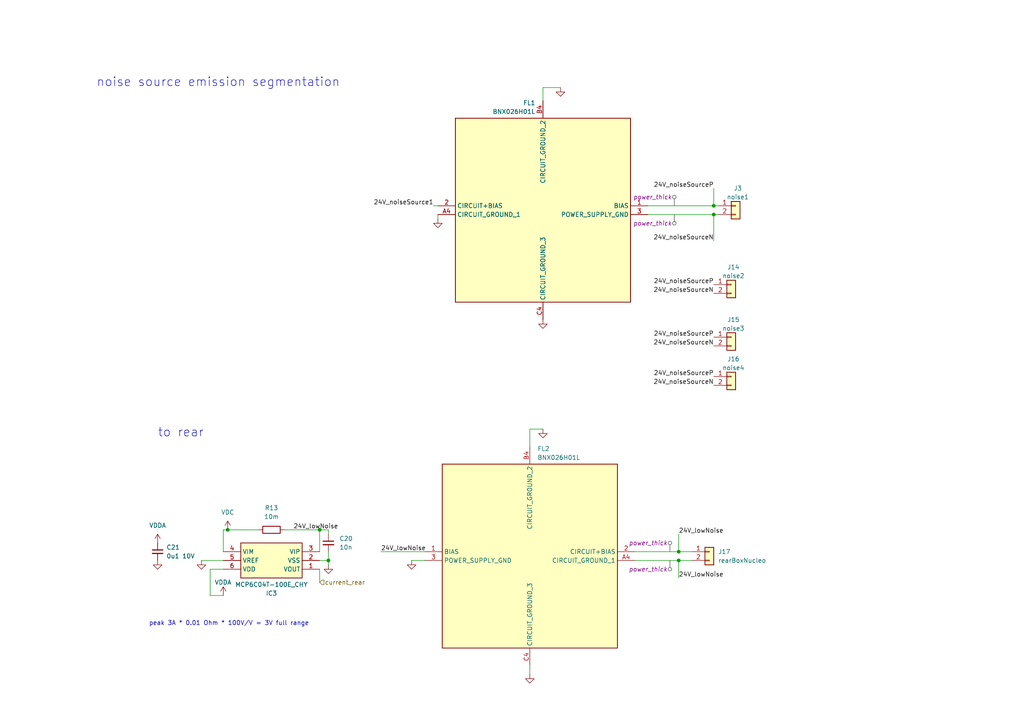
<source format=kicad_sch>
(kicad_sch (version 20231120) (generator "eeschema") (generator_version "8.0")
  (paper "A4")
  (title_block (title "EP5 rearbox powerboard") (date "2024-06-27") (rev "2.0") (company "NTURacing") (comment 1 "郭哲明") (comment 2 "Electrical group"))
  (lib_symbols
    (symbol "Connector_Generic:Conn_01x02" (pin_names (offset 1.016) hide)
      (property "Reference" "J" (at 0 2.54 0))
      (property "Value" "Conn_01x02" (at 0 -5.08 0))
      (symbol "Conn_01x02_1_1"
        (rectangle (start -1.27 -2.413) (end 0 -2.667) (stroke (width 0.1524)))
        (rectangle (start -1.27 0.127) (end 0 -0.127) (stroke (width 0.1524)))
        (rectangle (start -1.27 1.27) (end 1.27 -3.81) (stroke (width 0.254)) (fill (type background)))
        (pin passive line (at -5.08 0 0) (length 3.81) (name "Pin_1") (number "1"))
        (pin passive line (at -5.08 -2.54 0) (length 3.81) (name "Pin_2") (number "2"))
      )
    )
    (symbol "Device:C_Small" (pin_numbers hide) (pin_names (offset 0.254) hide)
      (property "Reference" "C" (at 0.254 1.778 0))
      (property "Value" "C_Small" (at 0.254 -2.032 0))
      (symbol "C_Small_0_1"
        (polyline (pts (xy -1.524 -0.508) (xy 1.524 -0.508)) (stroke (width 0.3302)))
        (polyline (pts (xy -1.524 0.508) (xy 1.524 0.508)) (stroke (width 0.3048)))
      )
      (symbol "C_Small_1_1"
        (pin passive line (at 0 2.54 270) (length 2.032) (name "~") (number "1"))
        (pin passive line (at 0 -2.54 90) (length 2.032) (name "~") (number "2"))
      )
    )
    (symbol "Device:R" (pin_numbers hide) (pin_names (offset 0))
      (property "Reference" "R" (at 2.032 0 90))
      (property "Value" "R" (at 0 0 90))
      (symbol "R_0_1"
        (rectangle (start -1.016 -2.54) (end 1.016 2.54) (stroke (width 0.254)))
      )
      (symbol "R_1_1"
        (pin passive line (at 0 3.81 270) (length 1.27) (name "~") (number "1"))
        (pin passive line (at 0 -3.81 90) (length 1.27) (name "~") (number "2"))
      )
    )
    (symbol "SamacSys_Parts:BNX026H01L"
      (property "Reference" "FL" (at 57.15 30.48 0))
      (property "Value" "BNX026H01L" (at 57.15 27.94 0))
      (symbol "BNX026H01L_1_1"
        (rectangle (start 5.08 25.4) (end 55.88 -27.94) (stroke (width 0.254)) (fill (type background)))
        (pin passive line (at 0 0 0) (length 5.08) (name "BIAS") (number "1"))
        (pin passive line (at 60.96 0 180) (length 5.08) (name "CIRCUIT+BIAS") (number "2"))
        (pin passive line (at 0 -2.54 0) (length 5.08) (name "POWER_SUPPLY_GND") (number "3"))
        (pin passive line (at 60.96 -2.54 180) (length 5.08) (name "CIRCUIT_GROUND_1") (number "A4"))
        (pin passive line (at 30.48 30.48 270) (length 5.08) (name "CIRCUIT_GROUND_2") (number "B4"))
        (pin passive line (at 30.48 -33.02 90) (length 5.08) (name "CIRCUIT_GROUND_3") (number "C4"))
      )
    )
    (symbol "SamacSys_Parts:MCP6C04T-100E_CHY"
      (property "Reference" "IC" (at 24.13 7.62 0))
      (property "Value" "MCP6C04T-100E_CHY" (at 24.13 5.08 0))
      (symbol "MCP6C04T-100E_CHY_1_1"
        (rectangle (start 5.08 2.54) (end 22.86 -7.62) (stroke (width 0.254)) (fill (type background)))
        (pin passive line (at 0 0 0) (length 5.08) (name "VOUT") (number "1"))
        (pin passive line (at 0 -2.54 0) (length 5.08) (name "VSS") (number "2"))
        (pin passive line (at 0 -5.08 0) (length 5.08) (name "VIP") (number "3"))
        (pin passive line (at 27.94 -5.08 180) (length 5.08) (name "VIM") (number "4"))
        (pin passive line (at 27.94 -2.54 180) (length 5.08) (name "VREF") (number "5"))
        (pin passive line (at 27.94 0 180) (length 5.08) (name "VDD") (number "6"))
      )
    )
    (symbol "power:GND" (power) (pin_names (offset 0))
      (property "Value" "GND" (at 0 -3.81 0))
      (symbol "GND_0_1"
        (polyline (pts (xy 0 0) (xy 0 -1.27) (xy 1.27 -1.27) (xy 0 -2.54) (xy -1.27 -1.27) (xy 0 -1.27)))
      )
      (symbol "GND_1_1"
        (pin power_in line (at 0 0 270) (length 0) hide (name "GND") (number "1"))
      )
    )
    (symbol "power:VDC" (power) (pin_names (offset 0))
      (property "Value" "VDC" (at 0 6.35 0))
      (symbol "VDC_0_1"
        (polyline (pts (xy -0.762 1.27) (xy 0 2.54)))
        (polyline (pts (xy 0 0) (xy 0 2.54)))
        (polyline (pts (xy 0 2.54) (xy 0.762 1.27)))
      )
      (symbol "VDC_1_1"
        (pin power_in line (at 0 0 90) (length 0) hide (name "VDC") (number "1"))
      )
    )
    (symbol "power:VDDA" (power) (pin_names (offset 0))
      (property "Value" "VDDA" (at 0 3.81 0))
      (symbol "VDDA_0_1"
        (polyline (pts (xy -0.762 1.27) (xy 0 2.54)))
        (polyline (pts (xy 0 0) (xy 0 2.54)))
        (polyline (pts (xy 0 2.54) (xy 0.762 1.27)))
      )
      (symbol "VDDA_1_1"
        (pin power_in line (at 0 0 90) (length 0) hide (name "VDDA") (number "1"))
      )
    )
  )
  (junction (at 92.71 153.67))
  (junction (at 66.04 153.67))
  (junction (at 207.01 62.23))
  (junction (at 95.25 162.56))
  (junction (at 196.85 160.02))
  (junction (at 207.01 59.69))
  (junction (at 196.85 162.56))
  (wire (pts (xy 157.48 124.46) (xy 153.67 124.46)))
  (wire (pts (xy 127 59.69) (xy 125.73 59.69)))
  (wire (pts (xy 58.42 162.56) (xy 64.77 162.56)))
  (wire (pts (xy 157.48 25.4) (xy 162.56 25.4)))
  (wire (pts (xy 110.49 160.02) (xy 123.19 160.02)))
  (wire (pts (xy 196.85 154.94) (xy 196.85 160.02)))
  (wire (pts (xy 82.55 153.67) (xy 92.71 153.67)))
  (wire (pts (xy 207.01 62.23) (xy 208.28 62.23)))
  (wire (pts (xy 64.77 153.67) (xy 64.77 160.02)))
  (wire (pts (xy 119.38 162.56) (xy 123.19 162.56)))
  (wire (pts (xy 66.04 153.67) (xy 64.77 153.67)))
  (wire (pts (xy 95.25 163.83) (xy 95.25 162.56)))
  (wire (pts (xy 60.96 172.72) (xy 64.77 172.72)))
  (wire (pts (xy 187.96 62.23) (xy 207.01 62.23)))
  (wire (pts (xy 92.71 165.1) (xy 92.71 168.91)))
  (wire (pts (xy 95.25 153.67) (xy 95.25 154.94)))
  (wire (pts (xy 153.67 195.58) (xy 153.67 193.04)))
  (wire (pts (xy 95.25 160.02) (xy 95.25 162.56)))
  (wire (pts (xy 60.96 165.1) (xy 64.77 165.1)))
  (wire (pts (xy 66.04 153.67) (xy 74.93 153.67)))
  (wire (pts (xy 92.71 153.67) (xy 95.25 153.67)))
  (wire (pts (xy 207.01 54.61) (xy 207.01 59.69)))
  (wire (pts (xy 187.96 59.69) (xy 207.01 59.69)))
  (wire (pts (xy 92.71 162.56) (xy 95.25 162.56)))
  (wire (pts (xy 153.67 124.46) (xy 153.67 129.54)))
  (wire (pts (xy 207.01 69.85) (xy 207.01 62.23)))
  (wire (pts (xy 92.71 153.67) (xy 92.71 160.02)))
  (wire (pts (xy 196.85 160.02) (xy 200.66 160.02)))
  (wire (pts (xy 127 62.23) (xy 127 63.5)))
  (wire (pts (xy 60.96 172.72) (xy 60.96 165.1)))
  (wire (pts (xy 157.48 29.21) (xy 157.48 25.4)))
  (wire (pts (xy 184.15 160.02) (xy 196.85 160.02)))
  (wire (pts (xy 207.01 59.69) (xy 208.28 59.69)))
  (wire (pts (xy 196.85 167.64) (xy 196.85 162.56)))
  (wire (pts (xy 184.15 162.56) (xy 196.85 162.56)))
  (wire (pts (xy 196.85 162.56) (xy 200.66 162.56)))
  (text "noise source emission segmentation" (at 27.94 25.4 0) (effects (font (size 2.54 2.54)) (justify left bottom)))
  (text "to rear\n" (at 45.72 127 0) (effects (font (size 2.54 2.54)) (justify left bottom)))
  (text "peak 3A * 0.01 Ohm * 100V/V = 3V full range" (at 43.18 181.61 0) (effects (font (size 1.27 1.27)) (justify left bottom)))
  (label "24V_noiseSourceN" (at 207.01 85.09 180))
  (label "24V_noiseSourceN" (at 207.01 111.76 180))
  (label "24V_lowNoise" (at 196.85 154.94 0))
  (label "24V_noiseSourceN" (at 207.01 100.33 180))
  (label "24V_noiseSourceP" (at 207.01 109.22 180))
  (label "24V_noiseSourceN" (at 207.01 69.85 180))
  (label "24V_lowNoise" (at 196.85 167.64 0))
  (label "24V_lowNoise" (at 85.09 153.67 0))
  (label "24V_noiseSourceP" (at 207.01 82.55 180))
  (label "24V_lowNoise" (at 110.49 160.02 0))
  (label "24V_noiseSourceP" (at 207.01 54.61 180))
  (label "24V_noiseSourceP" (at 207.01 97.79 180))
  (label "24V_noiseSource1" (at 125.73 59.69 180))
  (hierarchical_label "current_rear" (shape input) (at 92.71 168.91 0))
  (netclass_flag "" (length 2.54) (shape round) (at 195.58 62.23 180) (property "Netclass" "power_thick" (at 194.8815 64.77 0) (effects (font (italic yes)) (justify right))))
  (netclass_flag "" (length 2.54) (shape round) (at 194.31 160.02 0) (property "Netclass" "power_thick" (at 193.6115 157.48 0) (effects (font (italic yes)) (justify right))))
  (netclass_flag "" (length 2.54) (shape round) (at 194.31 162.56 180) (property "Netclass" "power_thick" (at 193.6115 165.1 0) (effects (font (italic yes)) (justify right))))
  (netclass_flag "" (length 2.54) (shape round) (at 195.58 59.69 0) (property "Netclass" "power_thick" (at 194.8815 57.15 0) (effects (font (italic yes)) (justify right))))
  (symbol (lib_id "power:GND") (at 95.25 163.83 0) (unit 1)
    (property "Reference" "#PWR081" (effects (hide yes)))
    (property "Value" "GND" (effects (hide yes)))
  )
  (symbol (lib_id "Device:R") (at 78.74 153.67 90) (unit 1)
    (property "Reference" "R13" (at 78.74 147.32 90))
    (property "Value" "10m" (at 78.74 149.86 90))
    (property "Footprint" "Resistor_SMD:R_0805_2012Metric" (effects (hide yes)))
  )
  (symbol (lib_id "power:GND") (at 58.42 162.56 0) (unit 1)
    (property "Reference" "#PWR069" (effects (hide yes)))
    (property "Value" "GND" (effects (hide yes)))
  )
  (symbol (lib_id "power:VDDA") (at 45.72 157.48 0) (unit 1)
    (property "Reference" "#PWR067" (effects (hide yes)))
    (property "Value" "VDDA" (at 45.72 152.4 0))
  )
  (symbol (lib_id "SamacSys_Parts:MCP6C04T-100E_CHY") (at 92.71 165.1 180) (unit 1)
    (property "Reference" "IC3" (at 78.74 172.085 0))
    (property "Value" "MCP6C04T-100E_CHY" (at 78.74 169.545 0))
    (property "Footprint" "SamacSys_Parts:SOT95P280X145-6N" (effects (hide yes)))
    (property "Height" "1.45" (effects (hide yes)))
    (property "Mouser Part Number" "579-MCP6C04T100ECHY" (effects (hide yes)))
    (property "Mouser Price/Stock" "https://www.mouser.co.uk/ProductDetail/Microchip-Technology/MCP6C04T-100E-CHY?qs=3HJ2avRr9PJRQkbNv3EK6Q%3D%3D" (effects (hide yes)))
    (property "Manufacturer_Name" "Microchip" (effects (hide yes)))
    (property "Manufacturer_Part_Number" "MCP6C04T-100E/CHY" (effects (hide yes)))
  )
  (symbol (lib_id "power:GND") (at 162.56 25.4 0) (mirror y) (unit 1)
    (property "Reference" "#PWR062" (effects (hide yes)))
    (property "Value" "GND" (effects (hide yes)))
  )
  (symbol (lib_id "power:GND") (at 157.48 92.71 0) (mirror y) (unit 1)
    (property "Reference" "#PWR064" (effects (hide yes)))
    (property "Value" "GND" (effects (hide yes)))
  )
  (symbol (lib_id "Connector_Generic:Conn_01x02") (at 212.09 82.55 0) (unit 1)
    (property "Reference" "J14" (at 212.725 77.47 0))
    (property "Value" "noise2" (at 212.725 80.01 0))
    (property "Footprint" "Connector_Molex:Molex_KK-396_A-41791-0002_1x02_P3.96mm_Vertical" (effects (hide yes)))
  )
  (symbol (lib_id "power:GND") (at 127 63.5 0) (mirror y) (unit 1)
    (property "Reference" "#PWR063" (effects (hide yes)))
    (property "Value" "GND" (effects (hide yes)))
  )
  (symbol (lib_id "power:GND") (at 119.38 162.56 0) (mirror y) (unit 1)
    (property "Reference" "#PWR070" (effects (hide yes)))
    (property "Value" "GND" (effects (hide yes)))
  )
  (symbol (lib_id "power:GND") (at 157.48 124.46 0) (mirror y) (unit 1)
    (property "Reference" "#PWR065" (effects (hide yes)))
    (property "Value" "GND" (effects (hide yes)))
  )
  (symbol (lib_id "power:GND") (at 45.72 162.56 0) (unit 1)
    (property "Reference" "#PWR068" (effects (hide yes)))
    (property "Value" "GND" (effects (hide yes)))
  )
  (symbol (lib_id "Connector_Generic:Conn_01x02") (at 212.09 97.79 0) (unit 1)
    (property "Reference" "J15" (at 212.725 92.71 0))
    (property "Value" "noise3" (at 212.725 95.25 0))
    (property "Footprint" "Connector_Molex:Molex_KK-396_A-41791-0002_1x02_P3.96mm_Vertical" (effects (hide yes)))
  )
  (symbol (lib_id "Device:C_Small") (at 95.25 157.48 0) (unit 1)
    (property "Reference" "C20" (at 98.425 156.21 0) (effects (justify left)))
    (property "Value" "10n" (at 98.425 158.75 0) (effects (justify left)))
    (property "Footprint" "Capacitor_SMD:C_0805_2012Metric" (effects (hide yes)))
  )
  (symbol (lib_id "Connector_Generic:Conn_01x02") (at 213.36 59.69 0) (unit 1)
    (property "Reference" "J3" (at 213.995 54.61 0))
    (property "Value" "noise1" (at 213.995 57.15 0))
    (property "Footprint" "Connector_Molex:Molex_KK-396_A-41791-0002_1x02_P3.96mm_Vertical" (effects (hide yes)))
  )
  (symbol (lib_id "power:GND") (at 153.67 195.58 0) (mirror y) (unit 1)
    (property "Reference" "#PWR083" (effects (hide yes)))
    (property "Value" "GND" (effects (hide yes)))
  )
  (symbol (lib_id "SamacSys_Parts:BNX026H01L") (at 187.96 59.69 0) (mirror y) (unit 1)
    (property "Reference" "FL1" (at 155.2859 29.845 0) (effects (justify left)))
    (property "Value" "BNX026H01L" (at 155.2859 32.385 0) (effects (justify left)))
    (property "Footprint" "SamacSys_Parts:BNX024H01K" (effects (hide yes)))
    (property "Datasheet" "https://www.murata.com/en-us/products/productdetail?partno=BNX026H01%23" (effects (hide yes)))
    (property "Height" "3.7" (effects (hide yes)))
    (property "Mouser Part Number" "81-BNX026H01L" (effects (hide yes)))
    (property "Mouser Price/Stock" "https://www.mouser.co.uk/ProductDetail/Murata-Electronics/BNX026H01L?qs=zU3EaVYbc3y78A%2FfsSIPhQ%3D%3D" (effects (hide yes)))
    (property "Manufacturer_Name" "Murata Electronics" (effects (hide yes)))
    (property "Manufacturer_Part_Number" "BNX026H01L" (effects (hide yes)))
  )
  (symbol (lib_id "SamacSys_Parts:BNX026H01L") (at 123.19 160.02 0) (unit 1)
    (property "Reference" "FL2" (at 155.8641 130.175 0) (effects (justify left)))
    (property "Value" "BNX026H01L" (at 155.8641 132.715 0) (effects (justify left)))
    (property "Footprint" "SamacSys_Parts:BNX024H01K" (effects (hide yes)))
    (property "Datasheet" "https://www.murata.com/en-us/products/productdetail?partno=BNX026H01%23" (effects (hide yes)))
    (property "Height" "3.7" (effects (hide yes)))
    (property "Mouser Part Number" "81-BNX026H01L" (effects (hide yes)))
    (property "Mouser Price/Stock" "https://www.mouser.co.uk/ProductDetail/Murata-Electronics/BNX026H01L?qs=zU3EaVYbc3y78A%2FfsSIPhQ%3D%3D" (effects (hide yes)))
    (property "Manufacturer_Name" "Murata Electronics" (effects (hide yes)))
    (property "Manufacturer_Part_Number" "BNX026H01L" (effects (hide yes)))
  )
  (symbol (lib_id "Connector_Generic:Conn_01x02") (at 212.09 109.22 0) (unit 1)
    (property "Reference" "J16" (at 212.725 104.14 0))
    (property "Value" "noise4" (at 212.725 106.68 0))
    (property "Footprint" "Connector_Molex:Molex_KK-396_A-41791-0002_1x02_P3.96mm_Vertical" (effects (hide yes)))
  )
  (symbol (lib_id "Connector_Generic:Conn_01x02") (at 205.74 160.02 0) (unit 1)
    (property "Reference" "J17" (at 208.28 160.02 0) (effects (justify left)))
    (property "Value" "rearBoxNucleo" (at 208.28 162.56 0) (effects (justify left)))
    (property "Footprint" "Connector_JST:JST_XH_B2B-XH-A_1x02_P2.50mm_Vertical" (effects (hide yes)))
  )
  (symbol (lib_id "Device:C_Small") (at 45.72 160.02 0) (unit 1)
    (property "Reference" "C21" (at 48.26 158.7563 0) (effects (justify left)))
    (property "Value" "0u1 10V" (at 48.26 161.2963 0) (effects (justify left)))
    (property "Footprint" "Capacitor_SMD:C_0805_2012Metric" (effects (hide yes)))
  )
  (symbol (lib_id "power:VDC") (at 66.04 153.67 0) (unit 1)
    (property "Reference" "#PWR066" (effects (hide yes)))
    (property "Value" "VDC" (at 66.04 148.59 0))
  )
  (symbol (lib_id "power:VDDA") (at 64.77 172.72 0) (unit 1)
    (property "Reference" "#PWR082" (effects (hide yes)))
    (property "Value" "VDDA" (at 62.23 168.91 0) (effects (justify left)))
  )
)
</source>
